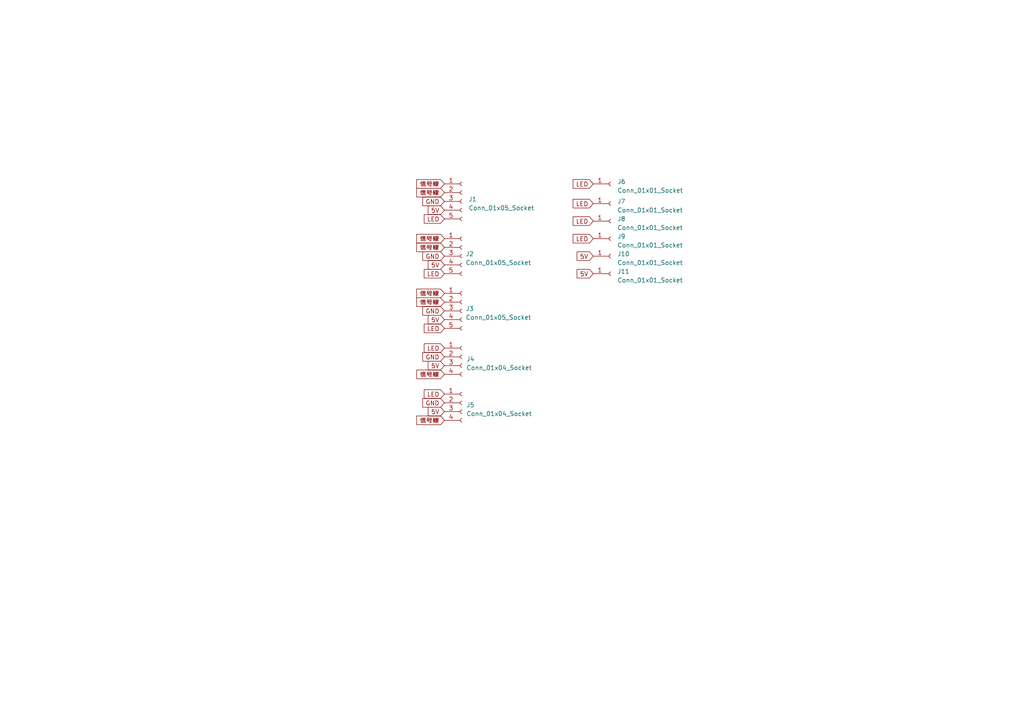
<source format=kicad_sch>
(kicad_sch (version 20230121) (generator eeschema)
  (paper "A4")
  (lib_symbols
    (symbol "Connector:Conn_01x01_Socket" (pin_names (offset 1.016) hide)
      (property "Reference" "J" (at 0 2.54 0))
      (property "Value" "Conn_01x01_Socket" (at 0 -2.54 0))
      (symbol "Conn_01x01_Socket_1_1"
        (polyline (pts (xy -1.27 0) (xy -0.508 0)) (stroke (width 0.1524)))
        (arc (start 0 0.508) (mid -0.5058 0) (end 0 -0.508) (stroke (width 0.1524)))
        (pin passive line (at -5.08 0 0) (length 3.81) (name "Pin_1") (number "1"))
      )
    )
    (symbol "Connector:Conn_01x04_Socket" (pin_names (offset 1.016) hide)
      (property "Reference" "J" (at 0 5.08 0))
      (property "Value" "Conn_01x04_Socket" (at 0 -7.62 0))
      (symbol "Conn_01x04_Socket_1_1"
        (arc (start 0 -4.572) (mid -0.5058 -5.08) (end 0 -5.588) (stroke (width 0.1524)))
        (arc (start 0 -2.032) (mid -0.5058 -2.54) (end 0 -3.048) (stroke (width 0.1524)))
        (polyline (pts (xy -1.27 -5.08) (xy -0.508 -5.08)) (stroke (width 0.1524)))
        (polyline (pts (xy -1.27 -2.54) (xy -0.508 -2.54)) (stroke (width 0.1524)))
        (polyline (pts (xy -1.27 0) (xy -0.508 0)) (stroke (width 0.1524)))
        (polyline (pts (xy -1.27 2.54) (xy -0.508 2.54)) (stroke (width 0.1524)))
        (arc (start 0 0.508) (mid -0.5058 0) (end 0 -0.508) (stroke (width 0.1524)))
        (arc (start 0 3.048) (mid -0.5058 2.54) (end 0 2.032) (stroke (width 0.1524)))
        (pin passive line (at -5.08 2.54 0) (length 3.81) (name "Pin_1") (number "1"))
        (pin passive line (at -5.08 0 0) (length 3.81) (name "Pin_2") (number "2"))
        (pin passive line (at -5.08 -2.54 0) (length 3.81) (name "Pin_3") (number "3"))
        (pin passive line (at -5.08 -5.08 0) (length 3.81) (name "Pin_4") (number "4"))
      )
    )
    (symbol "Connector:Conn_01x05_Socket" (pin_names (offset 1.016) hide)
      (property "Reference" "J" (at 0 7.62 0))
      (property "Value" "Conn_01x05_Socket" (at 0 -7.62 0))
      (symbol "Conn_01x05_Socket_1_1"
        (arc (start 0 -4.572) (mid -0.5058 -5.08) (end 0 -5.588) (stroke (width 0.1524)))
        (arc (start 0 -2.032) (mid -0.5058 -2.54) (end 0 -3.048) (stroke (width 0.1524)))
        (polyline (pts (xy -1.27 -5.08) (xy -0.508 -5.08)) (stroke (width 0.1524)))
        (polyline (pts (xy -1.27 -2.54) (xy -0.508 -2.54)) (stroke (width 0.1524)))
        (polyline (pts (xy -1.27 0) (xy -0.508 0)) (stroke (width 0.1524)))
        (polyline (pts (xy -1.27 2.54) (xy -0.508 2.54)) (stroke (width 0.1524)))
        (polyline (pts (xy -1.27 5.08) (xy -0.508 5.08)) (stroke (width 0.1524)))
        (arc (start 0 0.508) (mid -0.5058 0) (end 0 -0.508) (stroke (width 0.1524)))
        (arc (start 0 3.048) (mid -0.5058 2.54) (end 0 2.032) (stroke (width 0.1524)))
        (arc (start 0 5.588) (mid -0.5058 5.08) (end 0 4.572) (stroke (width 0.1524)))
        (pin passive line (at -5.08 5.08 0) (length 3.81) (name "Pin_1") (number "1"))
        (pin passive line (at -5.08 2.54 0) (length 3.81) (name "Pin_2") (number "2"))
        (pin passive line (at -5.08 0 0) (length 3.81) (name "Pin_3") (number "3"))
        (pin passive line (at -5.08 -2.54 0) (length 3.81) (name "Pin_4") (number "4"))
        (pin passive line (at -5.08 -5.08 0) (length 3.81) (name "Pin_5") (number "5"))
      )
    )
  )
  (global_label "信号線" (shape input) (at 128.905 55.88 180) (property "Intersheetrefs" "${INTERSHEET_REFS}" (effects hide)))
  (global_label "信号線" (shape input) (at 128.905 108.585 180) (property "Intersheetrefs" "${INTERSHEET_REFS}" (effects hide)))
  (global_label "LED" (shape input) (at 128.905 95.25 180) (property "Intersheetrefs" "${INTERSHEET_REFS}" (effects hide)))
  (global_label "信号線" (shape input) (at 128.905 69.215 180) (property "Intersheetrefs" "${INTERSHEET_REFS}" (effects hide)))
  (global_label "LED" (shape input) (at 172.085 64.135 180) (property "Intersheetrefs" "${INTERSHEET_REFS}" (effects hide)))
  (global_label "5V" (shape input) (at 128.905 76.835 180) (property "Intersheetrefs" "${INTERSHEET_REFS}" (effects hide)))
  (global_label "GND" (shape input) (at 128.905 74.295 180) (property "Intersheetrefs" "${INTERSHEET_REFS}" (effects hide)))
  (global_label "LED" (shape input) (at 128.905 79.375 180) (property "Intersheetrefs" "${INTERSHEET_REFS}" (effects hide)))
  (global_label "5V" (shape input) (at 128.905 119.38 180) (property "Intersheetrefs" "${INTERSHEET_REFS}" (effects hide)))
  (global_label "信号線" (shape input) (at 128.905 53.34 180) (property "Intersheetrefs" "${INTERSHEET_REFS}" (effects hide)))
  (global_label "LED" (shape input) (at 128.905 63.5 180) (property "Intersheetrefs" "${INTERSHEET_REFS}" (effects hide)))
  (global_label "5V" (shape input) (at 128.905 106.045 180) (property "Intersheetrefs" "${INTERSHEET_REFS}" (effects hide)))
  (global_label "5V" (shape input) (at 128.905 92.71 180) (property "Intersheetrefs" "${INTERSHEET_REFS}" (effects hide)))
  (global_label "LED" (shape input) (at 172.085 53.34 180) (property "Intersheetrefs" "${INTERSHEET_REFS}" (effects hide)))
  (global_label "LED" (shape input) (at 128.905 114.3 180) (property "Intersheetrefs" "${INTERSHEET_REFS}" (effects hide)))
  (global_label "GND" (shape input) (at 128.905 90.17 180) (property "Intersheetrefs" "${INTERSHEET_REFS}" (effects hide)))
  (global_label "5V" (shape input) (at 172.085 79.375 180) (property "Intersheetrefs" "${INTERSHEET_REFS}" (effects hide)))
  (global_label "信号線" (shape input) (at 128.905 71.755 180) (property "Intersheetrefs" "${INTERSHEET_REFS}" (effects hide)))
  (global_label "5V" (shape input) (at 128.905 60.96 180) (property "Intersheetrefs" "${INTERSHEET_REFS}" (effects hide)))
  (global_label "LED" (shape input) (at 172.085 59.055 180) (property "Intersheetrefs" "${INTERSHEET_REFS}" (effects hide)))
  (global_label "信号線" (shape input) (at 128.905 87.63 180) (property "Intersheetrefs" "${INTERSHEET_REFS}" (effects hide)))
  (global_label "GND" (shape input) (at 128.905 116.84 180) (property "Intersheetrefs" "${INTERSHEET_REFS}" (effects hide)))
  (global_label "LED" (shape input) (at 172.085 69.215 180) (property "Intersheetrefs" "${INTERSHEET_REFS}" (effects hide)))
  (global_label "GND" (shape input) (at 128.905 58.42 180) (property "Intersheetrefs" "${INTERSHEET_REFS}" (effects hide)))
  (global_label "LED" (shape input) (at 128.905 100.965 180) (property "Intersheetrefs" "${INTERSHEET_REFS}" (effects hide)))
  (global_label "信号線" (shape input) (at 128.905 121.92 180) (property "Intersheetrefs" "${INTERSHEET_REFS}" (effects hide)))
  (global_label "GND" (shape input) (at 128.905 103.505 180) (property "Intersheetrefs" "${INTERSHEET_REFS}" (effects hide)))
  (global_label "信号線" (shape input) (at 128.905 85.09 180) (property "Intersheetrefs" "${INTERSHEET_REFS}" (effects hide)))
  (global_label "5V" (shape input) (at 172.085 74.295 180) (property "Intersheetrefs" "${INTERSHEET_REFS}" (effects hide)))
  (symbol (lib_id "Connector:Conn_01x05_Socket") (at 133.985 90.17 0) (unit 1)
    (property "Reference" "J3" (at 135.0501 89.535 0) (effects (justify left)))
    (property "Value" "Conn_01x05_Socket" (at 135.0501 92.075 0) (effects (justify left)))
    (property "Footprint" "Connector_PinHeader_2.54mm:PinHeader_1x05_P2.54mm_Vertical" (effects hide))
  )
  (symbol (lib_id "Connector:Conn_01x04_Socket") (at 133.985 103.505 0) (unit 1)
    (property "Reference" "J4" (at 135.255 104.14 0) (effects (justify left)))
    (property "Value" "Conn_01x04_Socket" (at 135.255 106.68 0) (effects (justify left)))
    (property "Footprint" "Connector_PinHeader_2.54mm:PinHeader_1x04_P2.54mm_Vertical" (effects hide))
  )
  (symbol (lib_id "Connector:Conn_01x01_Socket") (at 177.165 53.34 0) (unit 1)
    (property "Reference" "J6" (at 179.07 52.705 0) (effects (justify left)))
    (property "Value" "Conn_01x01_Socket" (at 179.07 55.245 0) (effects (justify left)))
    (property "Footprint" "Connector_PinHeader_2.54mm:PinHeader_1x01_P2.54mm_Vertical" (effects hide))
  )
  (symbol (lib_id "Connector:Conn_01x01_Socket") (at 177.165 64.135 0) (unit 1)
    (property "Reference" "J8" (at 179.035 63.5 0) (effects (justify left)))
    (property "Value" "Conn_01x01_Socket" (at 179.035 66.04 0) (effects (justify left)))
    (property "Footprint" "Connector_PinHeader_2.54mm:PinHeader_1x01_P2.54mm_Vertical" (effects hide))
  )
  (symbol (lib_id "Connector:Conn_01x01_Socket") (at 177.165 69.215 0) (unit 1)
    (property "Reference" "J9" (at 179.035 68.58 0) (effects (justify left)))
    (property "Value" "Conn_01x01_Socket" (at 179.035 71.12 0) (effects (justify left)))
    (property "Footprint" "Connector_PinHeader_2.54mm:PinHeader_1x01_P2.54mm_Vertical" (effects hide))
  )
  (symbol (lib_id "Connector:Conn_01x05_Socket") (at 133.985 74.295 0) (unit 1)
    (property "Reference" "J2" (at 135.0501 73.66 0) (effects (justify left)))
    (property "Value" "Conn_01x05_Socket" (at 135.0501 76.2 0) (effects (justify left)))
    (property "Footprint" "Connector_PinHeader_2.54mm:PinHeader_1x05_P2.54mm_Vertical" (effects hide))
  )
  (symbol (lib_id "Connector:Conn_01x01_Socket") (at 177.165 74.295 0) (unit 1)
    (property "Reference" "J10" (at 179.035 73.66 0) (effects (justify left)))
    (property "Value" "Conn_01x01_Socket" (at 179.035 76.2 0) (effects (justify left)))
    (property "Footprint" "Connector_PinHeader_2.54mm:PinHeader_1x01_P2.54mm_Vertical" (effects hide))
  )
  (symbol (lib_id "Connector:Conn_01x05_Socket") (at 133.985 58.42 0) (unit 1)
    (property "Reference" "J1" (at 135.89 57.785 0) (effects (justify left)))
    (property "Value" "Conn_01x05_Socket" (at 135.89 60.325 0) (effects (justify left)))
    (property "Footprint" "Connector_PinHeader_2.54mm:PinHeader_1x05_P2.54mm_Vertical" (effects hide))
  )
  (symbol (lib_id "Connector:Conn_01x01_Socket") (at 177.165 79.375 0) (unit 1)
    (property "Reference" "J11" (at 179.035 78.74 0) (effects (justify left)))
    (property "Value" "Conn_01x01_Socket" (at 179.035 81.28 0) (effects (justify left)))
    (property "Footprint" "Connector_PinHeader_2.54mm:PinHeader_1x01_P2.54mm_Vertical" (effects hide))
  )
  (symbol (lib_id "Connector:Conn_01x04_Socket") (at 133.985 116.84 0) (unit 1)
    (property "Reference" "J5" (at 135.255 117.475 0) (effects (justify left)))
    (property "Value" "Conn_01x04_Socket" (at 135.255 120.015 0) (effects (justify left)))
    (property "Footprint" "Connector_PinHeader_2.54mm:PinHeader_1x04_P2.54mm_Vertical" (effects hide))
  )
  (symbol (lib_id "Connector:Conn_01x01_Socket") (at 177.165 59.055 0) (unit 1)
    (property "Reference" "J7" (at 179.035 58.42 0) (effects (justify left)))
    (property "Value" "Conn_01x01_Socket" (at 179.035 60.96 0) (effects (justify left)))
    (property "Footprint" "Connector_PinHeader_2.54mm:PinHeader_1x01_P2.54mm_Vertical" (effects hide))
  )
)
</source>
